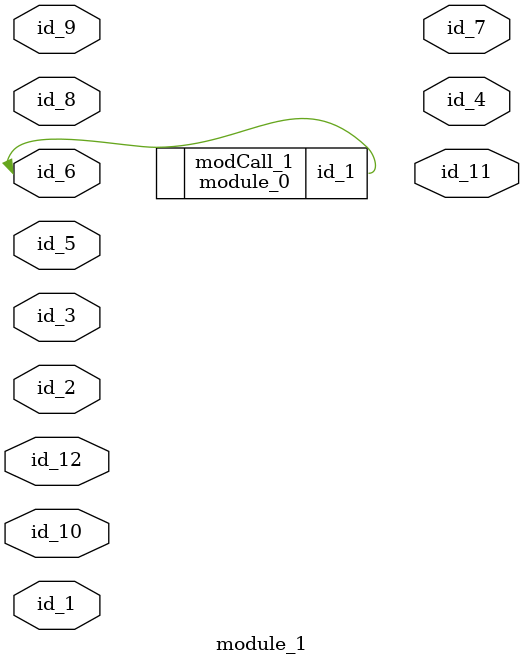
<source format=v>
module module_0 (
    id_1
);
  inout wire id_1;
  parameter id_2 = -1;
endmodule
module module_1 (
    id_1,
    id_2,
    id_3,
    id_4,
    id_5,
    id_6,
    id_7,
    id_8,
    id_9,
    id_10,
    id_11,
    id_12
);
  input wire id_12;
  output wire id_11;
  inout wire id_10;
  inout wire id_9;
  input wire id_8;
  output wire id_7;
  inout wire id_6;
  inout wire id_5;
  output wire id_4;
  input wire id_3;
  input wire id_2;
  input wire id_1;
  wire id_13;
  module_0 modCall_1 (id_6);
endmodule

</source>
